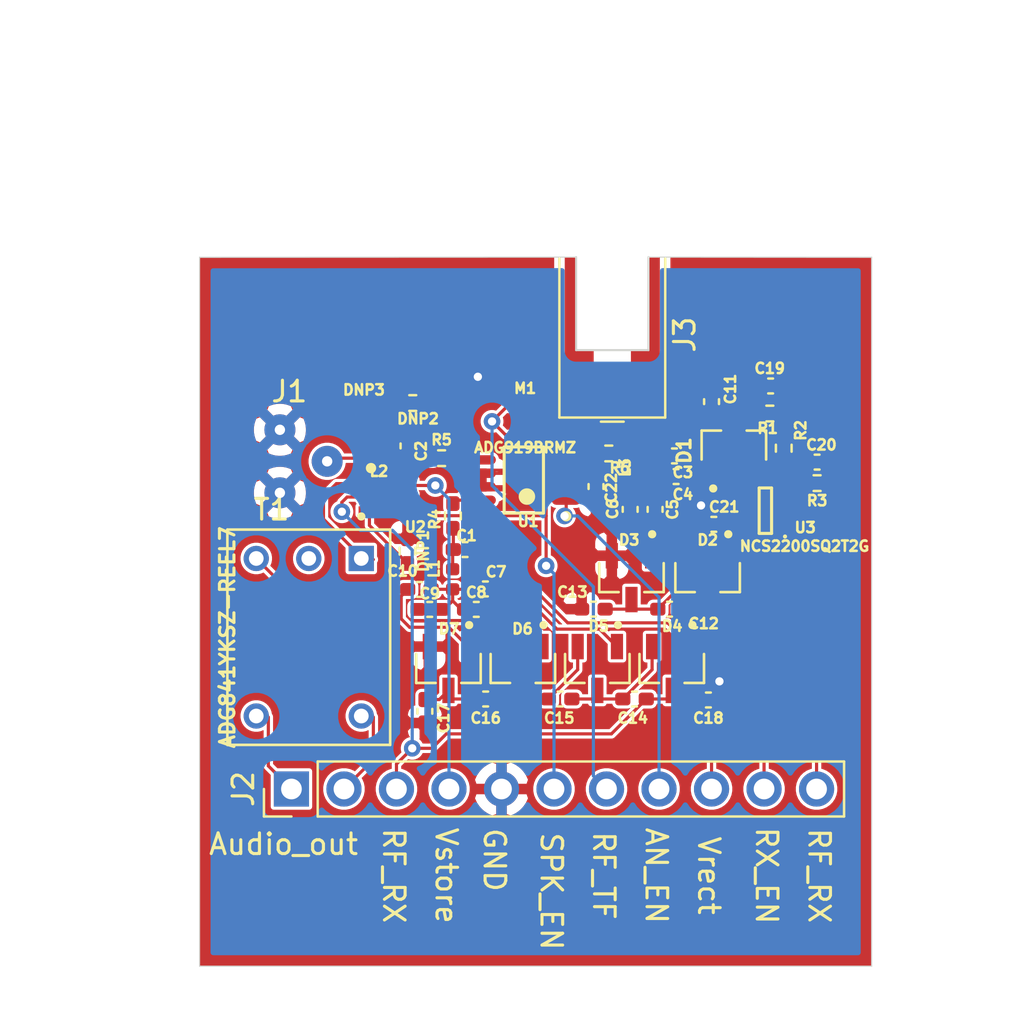
<source format=kicad_pcb>
(kicad_pcb (version 20171130) (host pcbnew "(5.1.10)-1")
  (layers (0 F.Cu signal) (31 B.Cu signal) (34 B.Paste user) (35 F.Paste user) (36 B.SilkS user) (37 F.SilkS user) (38 B.Mask user) (39 F.Mask user) (44 Edge.Cuts user))
  (net 0 "")
  (net 1 "Net-(C1-Pad2)")
  (net 2 GND)
  (net 3 "Net-(C2-Pad1)")
  (net 4 Ant)
  (net 5 "Net-(C4-Pad2)")
  (net 6 "Net-(C4-Pad1)")
  (net 7 "Net-(C5-Pad2)")
  (net 8 "Net-(C6-Pad2)")
  (net 9 "Net-(C7-Pad2)")
  (net 10 "Net-(C10-Pad1)")
  (net 11 "Net-(C8-Pad2)")
  (net 12 "Net-(C9-Pad2)")
  (net 13 "Net-(C10-Pad2)")
  (net 14 "Net-(C11-Pad1)")
  (net 15 "Net-(C12-Pad2)")
  (net 16 Vrect)
  (net 17 "Net-(C14-Pad2)")
  (net 18 Stage4)
  (net 19 "Net-(C15-Pad2)")
  (net 20 "Net-(C16-Pad2)")
  (net 21 "Net-(C19-Pad1)")
  (net 22 "Net-(C20-Pad1)")
  (net 23 AN_EN)
  (net 24 SPK_EN)
  (net 25 RF_RX)
  (net 26 RF_TX)
  (net 27 "Net-(T1-Pad2)")
  (net 28 "Net-(T1-Pad1)")
  (net 29 "Net-(U2-Pad5)")
  (net 30 Vstore)
  (net 31 RX_EN)
  (net 32 "Net-(C3-Pad1)")
  (net 33 "Net-(R4-Pad1)")
  (net 34 "Net-(R5-Pad1)")
  (net 35 "Net-(DNP1-Pad2)")
  (net 36 "Net-(DNP2-Pad2)")
  (net 37 "Net-(DNP3-Pad1)")
  (net 38 "Net-(J2-Pad2)")
  (net 39 "Net-(J2-Pad1)")
  (module Connector_Coaxial:MMCX_Molex_73415-0961_Horizontal_0.8mm-PCB (layer F.Cu) (at 112.1664 30.7272 270)
    (fp_text reference J3 (at 0 -3.5 90) (layer F.SilkS))
    (fp_text value Conn_Coaxial_Power)
    (fp_line (start 0.75 -1.75) (end -3.75 -1.75) (layer Edge.Cuts) (width 0.1))
    (fp_line (start 0.75 1.75) (end 0.75 -1.75) (layer Edge.Cuts) (width 0.1))
    (fp_line (start -3.75 1.75) (end 0.75 1.75) (layer Edge.Cuts) (width 0.1))
    (pad 2 smd custom (at 2.25 1.6 270) (size 3 1.4) (layers F.Cu F.Paste F.Mask) (net 2 GND) (options (clearance outline) (anchor rect)) (primitives (gr_poly (pts (xy -6 0.15) (xy -6 0.7) (xy -1.5 0.7) (xy -1.5 0.15)) (width 0))))
    (pad 2 smd custom (at 2.25 -1.6 270) (size 3 1.4) (layers F.Cu F.Paste F.Mask) (net 2 GND) (options (clearance outline) (anchor rect)) (primitives (gr_poly (pts (xy -6 -0.7) (xy -6 -0.15) (xy -1.5 -0.15) (xy -1.5 -0.7)) (width 0))))
    (pad 1 smd rect (at 2.75 0 270) (size 2 1.1) (layers F.Cu F.Paste F.Mask) (net 4 Ant))
  )
  (module "Local Components:XFMR_SP-48" (layer F.Cu) (at 97.4852 45.3644 270)
    (fp_text reference T1 (at -6.1722 1.8034 180) (layer F.SilkS))
    (fp_text value SP-48)
    (pad 5 thru_hole circle (at 3.81 -2.54 270) (size 1.2192 1.2192) (drill 0.7112) (layers *.Cu *.Mask) (net 38 "Net-(J2-Pad2)"))
    (pad 4 thru_hole circle (at 3.81 2.54 270) (size 1.2192 1.2192) (drill 0.7112) (layers *.Cu *.Mask) (net 39 "Net-(J2-Pad1)"))
    (pad 3 thru_hole circle (at -3.81 2.54 270) (size 1.2192 1.2192) (drill 0.7112) (layers *.Cu *.Mask) (net 35 "Net-(DNP1-Pad2)"))
    (pad 2 thru_hole circle (at -3.81 0 270) (size 1.2192 1.2192) (drill 0.7112) (layers *.Cu *.Mask) (net 27 "Net-(T1-Pad2)"))
    (pad 1 thru_hole rect (at -3.81 -2.54 270) (size 1.2192 1.2192) (drill 0.7112) (layers *.Cu *.Mask) (net 28 "Net-(T1-Pad1)"))
  )
  (module Connector_PinHeader_2.54mm:PinHeader_1x11_P2.54mm_Vertical (layer F.Cu) (at 96.647 52.705 90)
    (fp_text reference J2 (at 0 -2.33 90) (layer F.SilkS))
    (fp_text value Conn_01x11)
    (pad 11 thru_hole oval (at 0 25.4 90) (size 1.7 1.7) (drill 1) (layers *.Cu *.Mask) (net 25 RF_RX))
    (pad 10 thru_hole oval (at 0 22.86 90) (size 1.7 1.7) (drill 1) (layers *.Cu *.Mask) (net 31 RX_EN))
    (pad 9 thru_hole oval (at 0 20.32 90) (size 1.7 1.7) (drill 1) (layers *.Cu *.Mask) (net 16 Vrect))
    (pad 8 thru_hole oval (at 0 17.78 90) (size 1.7 1.7) (drill 1) (layers *.Cu *.Mask) (net 23 AN_EN))
    (pad 7 thru_hole oval (at 0 15.24 90) (size 1.7 1.7) (drill 1) (layers *.Cu *.Mask) (net 26 RF_TX))
    (pad 6 thru_hole oval (at 0 12.7 90) (size 1.7 1.7) (drill 1) (layers *.Cu *.Mask) (net 24 SPK_EN))
    (pad 5 thru_hole oval (at 0 10.16 90) (size 1.7 1.7) (drill 1) (layers *.Cu *.Mask) (net 2 GND))
    (pad 4 thru_hole oval (at 0 7.62 90) (size 1.7 1.7) (drill 1) (layers *.Cu *.Mask) (net 30 Vstore))
    (pad 3 thru_hole oval (at 0 5.08 90) (size 1.7 1.7) (drill 1) (layers *.Cu *.Mask) (net 18 Stage4))
    (pad 2 thru_hole oval (at 0 2.54 90) (size 1.7 1.7) (drill 1) (layers *.Cu *.Mask) (net 38 "Net-(J2-Pad2)"))
    (pad 1 thru_hole rect (at 0 0 90) (size 1.7 1.7) (drill 1) (layers *.Cu *.Mask) (net 39 "Net-(J2-Pad1)"))
  )
  (module "Local Components:3SK293" (layer F.Cu) (at 108.1913 34.925 90)
    (fp_text reference M1 (at 1.6002 -0.2413 180) (layer F.SilkS) (effects (font (size 0.5 0.5) (thickness 0.125))))
    (fp_text value 3SK293)
    (pad 2 smd rect (at 0.65 0.8375 90) (size 0.2 0.425) (layers F.Cu F.Paste F.Mask) (net 2 GND))
    (pad 1 smd rect (at -0.65 0.8375 90) (size 0.2 0.425) (layers F.Cu F.Paste F.Mask) (net 4 Ant))
    (pad 3 smd rect (at 0.65 -0.8375 90) (size 0.2 0.425) (layers F.Cu F.Paste F.Mask) (net 26 RF_TX))
    (pad 4 smd rect (at -0.65 -0.8375 90) (size 0.2 0.425) (layers F.Cu F.Paste F.Mask) (net 26 RF_TX))
  )
  (module "Local Components:3SK293" (layer F.Cu) (at 100.2919 34.9885)
    (fp_text reference DNP3 (at -0.1397 -1.5875) (layer F.SilkS) (effects (font (size 0.5 0.5) (thickness 0.125))))
    (fp_text value 3SK293)
    (pad 2 smd rect (at 0.65 0.8375) (size 0.2 0.425) (layers F.Cu F.Paste F.Mask) (net 2 GND))
    (pad 1 smd rect (at -0.65 0.8375) (size 0.2 0.425) (layers F.Cu F.Paste F.Mask) (net 37 "Net-(DNP3-Pad1)"))
    (pad 3 smd rect (at 0.65 -0.8375) (size 0.2 0.425) (layers F.Cu F.Paste F.Mask) (net 36 "Net-(DNP2-Pad2)"))
    (pad 4 smd rect (at -0.65 -0.8375) (size 0.2 0.425) (layers F.Cu F.Paste F.Mask) (net 36 "Net-(DNP2-Pad2)"))
  )
  (module Resistor_SMD:R_0402_1005Metric_Pad0.72x0.64mm_HandSolder (layer F.Cu) (at 102.5144 34.036 180)
    (fp_text reference DNP2 (at -0.254 -0.762) (layer F.SilkS) (effects (font (size 0.5 0.5) (thickness 0.125))))
    (fp_text value R_DLS)
    (pad 2 smd roundrect (at 0.5975 0 180) (size 0.715 0.64) (layers F.Cu F.Paste F.Mask) (net 36 "Net-(DNP2-Pad2)"))
    (pad 1 smd roundrect (at -0.5975 0 180) (size 0.715 0.64) (layers F.Cu F.Paste F.Mask) (net 2 GND))
  )
  (module Resistor_SMD:R_0402_1005Metric_Pad0.72x0.64mm_HandSolder (layer F.Cu) (at 102.2604 41.1988 270)
    (fp_text reference DNP1 (at 0 -0.762 90) (layer F.SilkS) (effects (font (size 0.5 0.5) (thickness 0.125))))
    (fp_text value R_DLS)
    (pad 2 smd roundrect (at 0.5975 0 270) (size 0.715 0.64) (layers F.Cu F.Paste F.Mask) (net 35 "Net-(DNP1-Pad2)"))
    (pad 1 smd roundrect (at -0.5975 0 270) (size 0.715 0.64) (layers F.Cu F.Paste F.Mask) (net 2 GND))
  )
  (module Capacitor_SMD:C_0402_1005Metric_Pad0.74x0.62mm_HandSolder (layer F.Cu) (at 116.8146 48.3997)
    (fp_text reference C18 (at 0 0.8763) (layer F.SilkS) (effects (font (size 0.5 0.5) (thickness 0.125))))
    (fp_text value DNP)
    (pad 2 smd roundrect (at 0.5675 0) (size 0.735 0.62) (layers F.Cu F.Paste F.Mask) (net 2 GND))
    (pad 1 smd roundrect (at -0.5675 0) (size 0.735 0.62) (layers F.Cu F.Paste F.Mask) (net 18 Stage4))
  )
  (module Resistor_SMD:R_0402_1005Metric_Pad0.72x0.64mm_HandSolder (layer F.Cu) (at 111.9973 36.4744)
    (fp_text reference R6 (at 0.5335 0.7) (layer F.SilkS) (effects (font (size 0.5 0.5) (thickness 0.125))))
    (fp_text value 0)
    (pad 2 smd roundrect (at 0.5975 0) (size 0.715 0.64) (layers F.Cu F.Paste F.Mask) (net 32 "Net-(C3-Pad1)"))
    (pad 1 smd roundrect (at -0.5975 0) (size 0.715 0.64) (layers F.Cu F.Paste F.Mask) (net 4 Ant))
  )
  (module Resistor_SMD:R_0402_1005Metric_Pad0.72x0.64mm_HandSolder (layer F.Cu) (at 103.9095 36.703 180)
    (fp_text reference R5 (at 0 0.889) (layer F.SilkS) (effects (font (size 0.5 0.5) (thickness 0.125))))
    (fp_text value 0)
    (pad 2 smd roundrect (at 0.5975 0 180) (size 0.715 0.64) (layers F.Cu F.Paste F.Mask) (net 3 "Net-(C2-Pad1)"))
    (pad 1 smd roundrect (at -0.5975 0 180) (size 0.715 0.64) (layers F.Cu F.Paste F.Mask) (net 34 "Net-(R5-Pad1)"))
  )
  (module Resistor_SMD:R_0402_1005Metric_Pad0.72x0.64mm_HandSolder (layer F.Cu) (at 104.4575 39.497 270)
    (fp_text reference R4 (at 0.163 0.8775 90) (layer F.SilkS) (effects (font (size 0.5 0.5) (thickness 0.125))))
    (fp_text value 0)
    (pad 2 smd roundrect (at 0.5975 0 270) (size 0.715 0.64) (layers F.Cu F.Paste F.Mask) (net 1 "Net-(C1-Pad2)"))
    (pad 1 smd roundrect (at -0.5975 0 270) (size 0.715 0.64) (layers F.Cu F.Paste F.Mask) (net 33 "Net-(R4-Pad1)"))
  )
  (module Resistor_SMD:R_0402_1005Metric_Pad0.72x0.64mm_HandSolder (layer F.Cu) (at 122.073 37.9095)
    (fp_text reference R3 (at 0 0.8505) (layer F.SilkS) (effects (font (size 0.5 0.5) (thickness 0.125))))
    (fp_text value 220k)
    (pad 2 smd roundrect (at 0.5975 0) (size 0.715 0.64) (layers F.Cu F.Paste F.Mask) (net 2 GND))
    (pad 1 smd roundrect (at -0.5975 0) (size 0.715 0.64) (layers F.Cu F.Paste F.Mask) (net 22 "Net-(C20-Pad1)"))
  )
  (module Resistor_SMD:R_0402_1005Metric_Pad0.72x0.64mm_HandSolder (layer F.Cu) (at 120.4595 36.221 270)
    (fp_text reference R2 (at -0.861 -0.8205 90) (layer F.SilkS) (effects (font (size 0.5 0.5) (thickness 0.125))))
    (fp_text value 22k)
    (pad 2 smd roundrect (at 0.5975 0 270) (size 0.715 0.64) (layers F.Cu F.Paste F.Mask) (net 22 "Net-(C20-Pad1)"))
    (pad 1 smd roundrect (at -0.5975 0 270) (size 0.715 0.64) (layers F.Cu F.Paste F.Mask) (net 21 "Net-(C19-Pad1)"))
  )
  (module Resistor_SMD:R_0402_1005Metric_Pad0.72x0.64mm_HandSolder (layer F.Cu) (at 119.787 34.544 180)
    (fp_text reference R1 (at 0.107 -0.716) (layer F.SilkS) (effects (font (size 0.5 0.5) (thickness 0.125))))
    (fp_text value 560k)
    (pad 2 smd roundrect (at 0.5975 0 180) (size 0.715 0.64) (layers F.Cu F.Paste F.Mask) (net 14 "Net-(C11-Pad1)"))
    (pad 1 smd roundrect (at -0.5975 0 180) (size 0.715 0.64) (layers F.Cu F.Paste F.Mask) (net 21 "Net-(C19-Pad1)"))
  )
  (module Capacitor_SMD:C_0402_1005Metric_Pad0.74x0.62mm_HandSolder (layer F.Cu) (at 111.379 38.0746 270)
    (fp_text reference C22 (at 0.0635 -0.7366 90) (layer F.SilkS) (effects (font (size 0.5 0.5) (thickness 0.125))))
    (fp_text value 0.01uF)
    (pad 2 smd roundrect (at 0.5675 0 270) (size 0.735 0.62) (layers F.Cu F.Paste F.Mask) (net 2 GND))
    (pad 1 smd roundrect (at -0.5675 0 270) (size 0.735 0.62) (layers F.Cu F.Paste F.Mask) (net 4 Ant))
  )
  (module Capacitor_SMD:C_0402_1005Metric_Pad0.74x0.62mm_HandSolder (layer F.Cu) (at 117.0773 39.9034)
    (fp_text reference C21 (at 0.5027 -0.8434) (layer F.SilkS) (effects (font (size 0.5 0.5) (thickness 0.125))))
    (fp_text value 0.01uF)
    (pad 2 smd roundrect (at 0.5675 0) (size 0.735 0.62) (layers F.Cu F.Paste F.Mask) (net 31 RX_EN))
    (pad 1 smd roundrect (at -0.5675 0) (size 0.735 0.62) (layers F.Cu F.Paste F.Mask) (net 2 GND))
  )
  (module Capacitor_SMD:C_0402_1005Metric_Pad0.74x0.62mm_HandSolder (layer F.Cu) (at 122.0724 36.8935)
    (fp_text reference C20 (at 0.2076 -0.8335) (layer F.SilkS) (effects (font (size 0.5 0.5) (thickness 0.125))))
    (fp_text value 1nF)
    (pad 2 smd roundrect (at 0.5675 0) (size 0.735 0.62) (layers F.Cu F.Paste F.Mask) (net 2 GND))
    (pad 1 smd roundrect (at -0.5675 0) (size 0.735 0.62) (layers F.Cu F.Paste F.Mask) (net 22 "Net-(C20-Pad1)"))
  )
  (module Capacitor_SMD:C_0402_1005Metric_Pad0.74x0.62mm_HandSolder (layer F.Cu) (at 119.8245 33.2105 180)
    (fp_text reference C19 (at 0.0445 0.8505) (layer F.SilkS) (effects (font (size 0.5 0.5) (thickness 0.125))))
    (fp_text value 33pF)
    (pad 2 smd roundrect (at 0.5675 0 180) (size 0.735 0.62) (layers F.Cu F.Paste F.Mask) (net 14 "Net-(C11-Pad1)"))
    (pad 1 smd roundrect (at -0.5675 0 180) (size 0.735 0.62) (layers F.Cu F.Paste F.Mask) (net 21 "Net-(C19-Pad1)"))
  )
  (module Capacitor_SMD:C_0402_1005Metric_Pad0.74x0.62mm_HandSolder (layer F.Cu) (at 106.0416 48.3517 180)
    (fp_text reference C16 (at -0.0034 -0.9243) (layer F.SilkS) (effects (font (size 0.5 0.5) (thickness 0.125))))
    (fp_text value 10pF)
    (pad 2 smd roundrect (at 0.5675 0 180) (size 0.735 0.62) (layers F.Cu F.Paste F.Mask) (net 20 "Net-(C16-Pad2)"))
    (pad 1 smd roundrect (at -0.5675 0 180) (size 0.735 0.62) (layers F.Cu F.Paste F.Mask) (net 19 "Net-(C15-Pad2)"))
  )
  (module Capacitor_SMD:C_0402_1005Metric_Pad0.74x0.62mm_HandSolder (layer F.Cu) (at 109.6416 48.3517 180)
    (fp_text reference C15 (at 0.0406 -0.9243) (layer F.SilkS) (effects (font (size 0.5 0.5) (thickness 0.125))))
    (fp_text value 10pF)
    (pad 2 smd roundrect (at 0.5675 0 180) (size 0.735 0.62) (layers F.Cu F.Paste F.Mask) (net 19 "Net-(C15-Pad2)"))
    (pad 1 smd roundrect (at -0.5675 0 180) (size 0.735 0.62) (layers F.Cu F.Paste F.Mask) (net 17 "Net-(C14-Pad2)"))
  )
  (module Capacitor_SMD:C_0402_1005Metric_Pad0.74x0.62mm_HandSolder (layer F.Cu) (at 113.2416 48.3517 180)
    (fp_text reference C14 (at 0.0846 -0.9243) (layer F.SilkS) (effects (font (size 0.5 0.5) (thickness 0.125))))
    (fp_text value 10pF)
    (pad 2 smd roundrect (at 0.5675 0 180) (size 0.735 0.62) (layers F.Cu F.Paste F.Mask) (net 17 "Net-(C14-Pad2)"))
    (pad 1 smd roundrect (at -0.5675 0 180) (size 0.735 0.62) (layers F.Cu F.Paste F.Mask) (net 18 Stage4))
  )
  (module Capacitor_SMD:C_0402_1005Metric_Pad0.74x0.62mm_HandSolder (layer F.Cu) (at 111.252 44.0055 180)
    (fp_text reference C13 (at 1.016 0.8255) (layer F.SilkS) (effects (font (size 0.5 0.5) (thickness 0.125))))
    (fp_text value 33pF)
    (pad 2 smd roundrect (at 0.5675 0 180) (size 0.735 0.62) (layers F.Cu F.Paste F.Mask) (net 2 GND))
    (pad 1 smd roundrect (at -0.5675 0 180) (size 0.735 0.62) (layers F.Cu F.Paste F.Mask) (net 15 "Net-(C12-Pad2)"))
  )
  (module Capacitor_SMD:C_0402_1005Metric_Pad0.74x0.62mm_HandSolder (layer F.Cu) (at 114.935 44.0055 180)
    (fp_text reference C12 (at -1.651 -0.6985) (layer F.SilkS) (effects (font (size 0.5 0.5) (thickness 0.125))))
    (fp_text value 33pF)
    (pad 2 smd roundrect (at 0.5675 0 180) (size 0.735 0.62) (layers F.Cu F.Paste F.Mask) (net 15 "Net-(C12-Pad2)"))
    (pad 1 smd roundrect (at -0.5675 0 180) (size 0.735 0.62) (layers F.Cu F.Paste F.Mask) (net 16 Vrect))
  )
  (module Capacitor_SMD:C_0402_1005Metric_Pad0.74x0.62mm_HandSolder (layer F.Cu) (at 116.967 33.9685 90)
    (fp_text reference C11 (at 0.6085 0.913 90) (layer F.SilkS) (effects (font (size 0.5 0.5) (thickness 0.125))))
    (fp_text value 10Pf)
    (pad 2 smd roundrect (at 0.5675 0 90) (size 0.735 0.62) (layers F.Cu F.Paste F.Mask) (net 2 GND))
    (pad 1 smd roundrect (at -0.5675 0 90) (size 0.735 0.62) (layers F.Cu F.Paste F.Mask) (net 14 "Net-(C11-Pad1)"))
  )
  (module Capacitor_SMD:C_0402_1005Metric_Pad0.74x0.62mm_HandSolder (layer F.Cu) (at 102.8359 43.053 180)
    (fp_text reference C10 (at 0.8115 0.889) (layer F.SilkS) (effects (font (size 0.5 0.5) (thickness 0.125))))
    (fp_text value 10pF)
    (pad 2 smd roundrect (at 0.5675 0 180) (size 0.735 0.62) (layers F.Cu F.Paste F.Mask) (net 13 "Net-(C10-Pad2)"))
    (pad 1 smd roundrect (at -0.5675 0 180) (size 0.735 0.62) (layers F.Cu F.Paste F.Mask) (net 10 "Net-(C10-Pad1)"))
  )
  (module Capacitor_SMD:C_0402_1005Metric_Pad0.74x0.62mm_HandSolder (layer F.Cu) (at 103.3359 44.0182 180)
    (fp_text reference C9 (at 0 0.762) (layer F.SilkS) (effects (font (size 0.5 0.5) (thickness 0.125))))
    (fp_text value 10pF)
    (pad 2 smd roundrect (at 0.5675 0 180) (size 0.735 0.62) (layers F.Cu F.Paste F.Mask) (net 12 "Net-(C9-Pad2)"))
    (pad 1 smd roundrect (at -0.5675 0 180) (size 0.735 0.62) (layers F.Cu F.Paste F.Mask) (net 10 "Net-(C10-Pad1)"))
  )
  (module Capacitor_SMD:C_0402_1005Metric_Pad0.74x0.62mm_HandSolder (layer F.Cu) (at 105.5878 44.0182)
    (fp_text reference C8 (at 0 -0.8255) (layer F.SilkS) (effects (font (size 0.5 0.5) (thickness 0.125))))
    (fp_text value 10pF)
    (pad 2 smd roundrect (at 0.5675 0) (size 0.735 0.62) (layers F.Cu F.Paste F.Mask) (net 11 "Net-(C8-Pad2)"))
    (pad 1 smd roundrect (at -0.5675 0) (size 0.735 0.62) (layers F.Cu F.Paste F.Mask) (net 10 "Net-(C10-Pad1)"))
  )
  (module Capacitor_SMD:C_0402_1005Metric_Pad0.74x0.62mm_HandSolder (layer F.Cu) (at 106.0283 43.0276)
    (fp_text reference C7 (at 0.5175 -0.827) (layer F.SilkS) (effects (font (size 0.5 0.5) (thickness 0.125))))
    (fp_text value 10pF)
    (pad 2 smd roundrect (at 0.5675 0) (size 0.735 0.62) (layers F.Cu F.Paste F.Mask) (net 9 "Net-(C7-Pad2)"))
    (pad 1 smd roundrect (at -0.5675 0) (size 0.735 0.62) (layers F.Cu F.Paste F.Mask) (net 10 "Net-(C10-Pad1)"))
  )
  (module Capacitor_SMD:C_0402_1005Metric_Pad0.74x0.62mm_HandSolder (layer F.Cu) (at 113.0305 39.1795 270)
    (fp_text reference C6 (at -0.0195 0.8505 90) (layer F.SilkS) (effects (font (size 0.5 0.5) (thickness 0.125))))
    (fp_text value 33pF)
    (pad 2 smd roundrect (at 0.5675 0 270) (size 0.735 0.62) (layers F.Cu F.Paste F.Mask) (net 8 "Net-(C6-Pad2)"))
    (pad 1 smd roundrect (at -0.5675 0 270) (size 0.735 0.62) (layers F.Cu F.Paste F.Mask) (net 6 "Net-(C4-Pad1)"))
  )
  (module Capacitor_SMD:C_0402_1005Metric_Pad0.74x0.62mm_HandSolder (layer F.Cu) (at 114.2365 39.1795 270)
    (fp_text reference C5 (at 0 -0.8435 90) (layer F.SilkS) (effects (font (size 0.5 0.5) (thickness 0.125))))
    (fp_text value 33pF)
    (pad 2 smd roundrect (at 0.5675 0 270) (size 0.735 0.62) (layers F.Cu F.Paste F.Mask) (net 7 "Net-(C5-Pad2)"))
    (pad 1 smd roundrect (at -0.5675 0 270) (size 0.735 0.62) (layers F.Cu F.Paste F.Mask) (net 6 "Net-(C4-Pad1)"))
  )
  (module Capacitor_SMD:C_0402_1005Metric_Pad0.74x0.62mm_HandSolder (layer F.Cu) (at 115.2525 37.592)
    (fp_text reference C4 (at 0.3275 0.868) (layer F.SilkS) (effects (font (size 0.5 0.5) (thickness 0.125))))
    (fp_text value 1pF)
    (pad 2 smd roundrect (at 0.5675 0) (size 0.735 0.62) (layers F.Cu F.Paste F.Mask) (net 5 "Net-(C4-Pad2)"))
    (pad 1 smd roundrect (at -0.5675 0) (size 0.735 0.62) (layers F.Cu F.Paste F.Mask) (net 6 "Net-(C4-Pad1)"))
  )
  (module Capacitor_SMD:C_0402_1005Metric_Pad0.74x0.62mm_HandSolder (layer F.Cu) (at 115.1723 36.5934)
    (fp_text reference C3 (at 0.407 0.8) (layer F.SilkS) (effects (font (size 0.5 0.5) (thickness 0.125))))
    (fp_text value 6.2pF)
    (pad 2 smd roundrect (at 0.5675 0) (size 0.735 0.62) (layers F.Cu F.Paste F.Mask) (net 2 GND))
    (pad 1 smd roundrect (at -0.5675 0) (size 0.735 0.62) (layers F.Cu F.Paste F.Mask) (net 32 "Net-(C3-Pad1)"))
  )
  (module Capacitor_SMD:C_0402_1005Metric_Pad0.74x0.62mm_HandSolder (layer F.Cu) (at 102.2858 36.1101 90)
    (fp_text reference C2 (at -0.254 0.635 90) (layer F.SilkS) (effects (font (size 0.5 0.5) (thickness 0.125))))
    (fp_text value 0pF)
    (pad 2 smd roundrect (at 0.5675 0 90) (size 0.735 0.62) (layers F.Cu F.Paste F.Mask) (net 2 GND))
    (pad 1 smd roundrect (at -0.5675 0 90) (size 0.735 0.62) (layers F.Cu F.Paste F.Mask) (net 3 "Net-(C2-Pad1)"))
  )
  (module Capacitor_SMD:C_0402_1005Metric_Pad0.74x0.62mm_HandSolder (layer F.Cu) (at 105.0457 41.1226 180)
    (fp_text reference C1 (at -0.0715 0.672) (layer F.SilkS) (effects (font (size 0.5 0.5) (thickness 0.125))))
    (fp_text value 6.8pF)
    (pad 2 smd roundrect (at 0.5675 0 180) (size 0.735 0.62) (layers F.Cu F.Paste F.Mask) (net 1 "Net-(C1-Pad2)"))
    (pad 1 smd roundrect (at -0.5675 0 180) (size 0.735 0.62) (layers F.Cu F.Paste F.Mask) (net 2 GND))
  )
  (module Capacitor_SMD:C_0402_1005Metric_Pad0.74x0.62mm_HandSolder (layer F.Cu) (at 103.0986 48.9458 270)
    (fp_text reference C17 (at 0.3302 -0.9144 90) (layer F.SilkS) (effects (font (size 0.5 0.5) (thickness 0.125))))
    (fp_text value 10pF)
    (pad 2 smd roundrect (at 0.5675 0 270) (size 0.735 0.62) (layers F.Cu F.Paste F.Mask) (net 2 GND))
    (pad 1 smd roundrect (at -0.5675 0 270) (size 0.735 0.62) (layers F.Cu F.Paste F.Mask) (net 20 "Net-(C16-Pad2)"))
  )
  (module Inductor_SMD:L_0402_1005Metric (layer F.Cu) (at 113.6015 37.084 270)
    (fp_text reference L3 (at 0.076 0.8215 90) (layer F.SilkS) (effects (font (size 0.5 0.5) (thickness 0.125))))
    (fp_text value 11nH)
    (pad 2 smd roundrect (at 0.485 0 270) (size 0.59 0.64) (layers F.Cu F.Paste F.Mask) (net 6 "Net-(C4-Pad1)"))
    (pad 1 smd roundrect (at -0.485 0 270) (size 0.59 0.64) (layers F.Cu F.Paste F.Mask) (net 32 "Net-(C3-Pad1)"))
  )
  (module "Local Components:Multi-purpose_mic" (layer F.Cu) (at 96.8502 36.8554)
    (fp_text reference J1 (at -0.3048 -3.3782) (layer F.SilkS))
    (fp_text value SPK_IN)
    (pad 3 thru_hole custom (at 1.524 0 90) (size 1.5 1.5) (drill 0.5) (layers *.Cu *.Mask) (net 37 "Net-(DNP3-Pad1)") (options (clearance outline) (anchor circle)) (primitives))
    (pad 2 thru_hole circle (at -0.762 1.524) (size 1.5 1.5) (drill 0.5) (layers *.Cu *.Mask) (net 2 GND))
    (pad 1 thru_hole circle (at -0.762 -1.524 180) (size 1.5 1.5) (drill 0.5) (layers *.Cu *.Mask) (net 2 GND))
  )
  (module "Local Components:On_Semiconductor-NCS2200SQ2T2G-Manufacturer_Recommended" (layer F.Cu) (at 119.5705 39.243 180)
    (fp_text reference U3 (at -2.5095 -0.817 180) (layer F.SilkS) (effects (font (size 0.5 0.5) (thickness 0.125)) (justify right)))
    (fp_text value NCS2200SQ2T2G (at -1.8923 -1.717) (layer F.SilkS) (effects (font (size 0.5 0.5) (thickness 0.125))))
    (pad 1 smd rect (at -0.950001 -0.650001 90) (size 0.399999 0.499999) (layers F.Cu F.Paste F.Mask) (net 25 RF_RX))
    (pad 2 smd rect (at -0.950001 -0.000001 90) (size 0.399999 0.499999) (layers F.Cu F.Paste F.Mask) (net 2 GND))
    (pad 3 smd rect (at -0.950001 0.649999 90) (size 0.399999 0.499999) (layers F.Cu F.Paste F.Mask) (net 22 "Net-(C20-Pad1)"))
    (pad 4 smd rect (at 0.949998 0.649999 90) (size 0.399999 0.499999) (layers F.Cu F.Paste F.Mask) (net 21 "Net-(C19-Pad1)"))
    (pad 5 smd rect (at 0.949998 -0.650001 90) (size 0.399999 0.499999) (layers F.Cu F.Paste F.Mask) (net 31 RX_EN))
  )
  (module "Local Components:SOT95P237X112-3N" (layer F.Cu) (at 118.0465 36.068 90)
    (fp_text reference D1 (at -0.268 -2.4064 90) (layer F.SilkS) (effects (font (size 0.64 0.64))))
    (fp_text value SMS7630-005)
    (pad 3 smd rect (at 1.06 0 90) (size 1.23 0.59) (layers F.Cu F.Paste F.Mask) (net 14 "Net-(C11-Pad1)"))
    (pad 2 smd rect (at -1.06 0.95 90) (size 1.23 0.59) (layers F.Cu F.Paste F.Mask) (net 2 GND))
    (pad 1 smd rect (at -1.06 -0.95 90) (size 1.23 0.59) (layers F.Cu F.Paste F.Mask) (net 5 "Net-(C4-Pad2)"))
  )
  (module "Local Components:SOT95P237X112-3N" (layer F.Cu) (at 113.0935 42.4815 270)
    (fp_text reference D3 (at -1.8215 0.1135 180) (layer F.SilkS) (effects (font (size 0.5 0.5) (thickness 0.125))))
    (fp_text value SMS7630-005)
    (pad 3 smd rect (at 1.06 0 270) (size 1.23 0.59) (layers F.Cu F.Paste F.Mask) (net 15 "Net-(C12-Pad2)"))
    (pad 2 smd rect (at -1.06 0.95 270) (size 1.23 0.59) (layers F.Cu F.Paste F.Mask) (net 2 GND))
    (pad 1 smd rect (at -1.06 -0.95 270) (size 1.23 0.59) (layers F.Cu F.Paste F.Mask) (net 8 "Net-(C6-Pad2)"))
  )
  (module "Local Components:SOT95P237X112-3N" (layer F.Cu) (at 116.7765 42.4815 270)
    (fp_text reference D2 (at -1.8215 -0.0035 180) (layer F.SilkS) (effects (font (size 0.5 0.5) (thickness 0.125))))
    (fp_text value SMS7630-005)
    (pad 3 smd rect (at 1.06 0 270) (size 1.23 0.59) (layers F.Cu F.Paste F.Mask) (net 16 Vrect))
    (pad 2 smd rect (at -1.06 0.95 270) (size 1.23 0.59) (layers F.Cu F.Paste F.Mask) (net 15 "Net-(C12-Pad2)"))
    (pad 1 smd rect (at -1.06 -0.95 270) (size 1.23 0.59) (layers F.Cu F.Paste F.Mask) (net 7 "Net-(C5-Pad2)"))
  )
  (module "Local Components:SOT95P237X112-3N" (layer F.Cu) (at 107.8416 46.8757 270)
    (fp_text reference D6 (at -1.9177 0.0186 180) (layer F.SilkS) (effects (font (size 0.5 0.5) (thickness 0.125))))
    (fp_text value SMS7630-005)
    (pad 3 smd rect (at 1.06 0 270) (size 1.23 0.59) (layers F.Cu F.Paste F.Mask) (net 19 "Net-(C15-Pad2)"))
    (pad 2 smd rect (at -1.06 0.95 270) (size 1.23 0.59) (layers F.Cu F.Paste F.Mask) (net 20 "Net-(C16-Pad2)"))
    (pad 1 smd rect (at -1.06 -0.95 270) (size 1.23 0.59) (layers F.Cu F.Paste F.Mask) (net 12 "Net-(C9-Pad2)"))
  )
  (module "Local Components:SOT95P237X112-3N" (layer F.Cu) (at 104.2416 46.8757 270)
    (fp_text reference D7 (at -1.9177 -0.0254 180) (layer F.SilkS) (effects (font (size 0.5 0.5) (thickness 0.125))))
    (fp_text value SMS7630-005)
    (pad 3 smd rect (at 1.06 0 270) (size 1.23 0.59) (layers F.Cu F.Paste F.Mask) (net 20 "Net-(C16-Pad2)"))
    (pad 2 smd rect (at -1.06 0.95 270) (size 1.23 0.59) (layers F.Cu F.Paste F.Mask) (net 2 GND))
    (pad 1 smd rect (at -1.06 -0.95 270) (size 1.23 0.59) (layers F.Cu F.Paste F.Mask) (net 13 "Net-(C10-Pad2)"))
  )
  (module "Local Components:Analog_Devices-ADG841YKSZ-REEL7-Level_C" (layer F.Cu) (at 101.2952 38.5826)
    (fp_text reference U2 (at 0.762 1.4478) (layer F.SilkS) (effects (font (size 0.5 0.5) (thickness 0.125)) (justify left)))
    (fp_text value ADG841YKSZ-REEL7 (at -7.747 6.7818 90) (layer F.SilkS) (effects (font (size 0.7 0.7))))
    (pad 1 smd rect (at -0.800001 -0.650001 270) (size 0.399999 1.2) (layers F.Cu F.Paste F.Mask) (net 28 "Net-(T1-Pad1)"))
    (pad 2 smd rect (at -0.800001 -0.000001 270) (size 0.399999 1.2) (layers F.Cu F.Paste F.Mask) (net 18 Stage4))
    (pad 3 smd rect (at -0.800001 0.649999 270) (size 0.399999 1.2) (layers F.Cu F.Paste F.Mask) (net 35 "Net-(DNP1-Pad2)"))
    (pad 4 smd rect (at 0.799998 0.649999 270) (size 0.399999 1.2) (layers F.Cu F.Paste F.Mask) (net 24 SPK_EN))
    (pad 5 smd rect (at 0.799998 -0.000001 270) (size 0.399999 1.2) (layers F.Cu F.Paste F.Mask) (net 29 "Net-(U2-Pad5)"))
    (pad 6 smd rect (at 0.799998 -0.650001 270) (size 0.399999 1.2) (layers F.Cu F.Paste F.Mask) (net 30 Vstore))
  )
  (module "Local Components:Analog_Devices-ADG919BRMZ-Level_C" (layer F.Cu) (at 107.8865 37.759998 180)
    (fp_text reference U1 (at -0.7935 -2.000002) (layer F.SilkS) (effects (font (size 0.5 0.5) (thickness 0.125)) (justify right)))
    (fp_text value ADG919BRMZ (at -0.0635 1.564998 180) (layer F.SilkS) (effects (font (size 0.5 0.5) (thickness 0.125))))
    (pad 1 smd roundrect (at -2.049998 -0.975002 90) (size 0.449999 1.4) (layers F.Cu F.Paste F.Mask) (roundrect_rratio 0.5) (net 23 AN_EN))
    (pad 2 smd roundrect (at -2.049998 -0.325001 90) (size 0.449999 1.4) (layers F.Cu F.Paste F.Mask) (roundrect_rratio 0.5) (net 24 SPK_EN))
    (pad 3 smd roundrect (at -2.049998 0.324998 90) (size 0.449999 1.4) (layers F.Cu F.Paste F.Mask) (roundrect_rratio 0.5) (net 2 GND))
    (pad 4 smd roundrect (at -2.049998 0.974999 90) (size 0.449999 1.4) (layers F.Cu F.Paste F.Mask) (roundrect_rratio 0.5) (net 4 Ant))
    (pad 8 smd roundrect (at 2.050001 -0.975002 90) (size 0.449999 1.4) (layers F.Cu F.Paste F.Mask) (roundrect_rratio 0.5) (net 33 "Net-(R4-Pad1)"))
    (pad 7 smd roundrect (at 2.050001 -0.325001 90) (size 0.449999 1.4) (layers F.Cu F.Paste F.Mask) (roundrect_rratio 0.5) (net 2 GND))
    (pad 6 smd roundrect (at 2.050001 0.324998 90) (size 0.449999 1.4) (layers F.Cu F.Paste F.Mask) (roundrect_rratio 0.5) (net 2 GND))
    (pad 5 smd roundrect (at 2.050001 0.974999 90) (size 0.449999 1.4) (layers F.Cu F.Paste F.Mask) (roundrect_rratio 0.5) (net 34 "Net-(R5-Pad1)"))
  )
  (module Inductor_SMD:L_0402_1005Metric (layer F.Cu) (at 100.838 36.703 180)
    (fp_text reference L2 (at -0.0405 -0.635) (layer F.SilkS) (effects (font (size 0.5 0.5) (thickness 0.125))))
    (fp_text value 15nH)
    (pad 2 smd roundrect (at 0.485 0 180) (size 0.59 0.64) (layers F.Cu F.Paste F.Mask) (net 37 "Net-(DNP3-Pad1)"))
    (pad 1 smd roundrect (at -0.485 0 180) (size 0.59 0.64) (layers F.Cu F.Paste F.Mask) (net 3 "Net-(C2-Pad1)"))
  )
  (module Inductor_SMD:L_0402_1005Metric (layer F.Cu) (at 104.4448 42.5601 270)
    (fp_text reference L1 (at -0.5095 0.899 90) (layer F.SilkS) (effects (font (size 0.5 0.5) (thickness 0.125))))
    (fp_text value 7.5nH)
    (pad 2 smd roundrect (at 0.485 0 270) (size 0.59 0.64) (layers F.Cu F.Paste F.Mask) (net 10 "Net-(C10-Pad1)"))
    (pad 1 smd roundrect (at -0.485 0 270) (size 0.59 0.64) (layers F.Cu F.Paste F.Mask) (net 1 "Net-(C1-Pad2)"))
  )
  (module "Local Components:SOT95P237X112-3N" (layer F.Cu) (at 111.4416 46.8757 270)
    (fp_text reference D5 (at -2.0447 -0.0644 180) (layer F.SilkS) (effects (font (size 0.5 0.5) (thickness 0.125))))
    (fp_text value SMS7630-005)
    (pad 3 smd rect (at 1.06 0 270) (size 1.23 0.59) (layers F.Cu F.Paste F.Mask) (net 17 "Net-(C14-Pad2)"))
    (pad 2 smd rect (at -1.06 0.95 270) (size 1.23 0.59) (layers F.Cu F.Paste F.Mask) (net 19 "Net-(C15-Pad2)"))
    (pad 1 smd rect (at -1.06 -0.95 270) (size 1.23 0.59) (layers F.Cu F.Paste F.Mask) (net 11 "Net-(C8-Pad2)"))
  )
  (module "Local Components:SOT95P237X112-3N" (layer F.Cu) (at 115.0416 46.8757 270)
    (fp_text reference D4 (at -2.0447 -0.0204 180) (layer F.SilkS) (effects (font (size 0.5 0.5) (thickness 0.125))))
    (fp_text value SMS7630-005)
    (pad 3 smd rect (at 1.06 0 270) (size 1.23 0.59) (layers F.Cu F.Paste F.Mask) (net 18 Stage4))
    (pad 2 smd rect (at -1.06 0.95 270) (size 1.23 0.59) (layers F.Cu F.Paste F.Mask) (net 17 "Net-(C14-Pad2)"))
    (pad 1 smd rect (at -1.06 -0.95 270) (size 1.23 0.59) (layers F.Cu F.Paste F.Mask) (net 9 "Net-(C7-Pad2)"))
  )
  (gr_text Audio_out (at 96.266 55.372) (layer F.SilkS) (effects (font (size 1 1))))
  (gr_text "RF_RX\n" (at 101.6 56.896 270) (layer F.SilkS) (effects (font (size 1 1))))
  (gr_text "Vstore\n" (at 104.14 56.896 -90) (layer F.SilkS) (effects (font (size 1 1))))
  (gr_text "GND\n\n" (at 105.664 56.134 -90) (layer F.SilkS) (effects (font (size 1 1))))
  (gr_text "SPK_EN\n" (at 109.22 57.658 -90) (layer F.SilkS) (effects (font (size 1 1))))
  (gr_text "RF_TF\n" (at 111.76 56.896 -90) (layer F.SilkS) (effects (font (size 1 1))))
  (gr_text "AN_EN\n" (at 114.3 56.896 -90) (layer F.SilkS) (effects (font (size 1 1))))
  (gr_text Vrect (at 116.84 56.896 -90) (layer F.SilkS) (effects (font (size 1 1))))
  (gr_text RX_EN (at 119.634 56.896 -90) (layer F.SilkS) (effects (font (size 1 1))))
  (gr_text "RF_RX\n" (at 122.174 56.896 270) (layer F.SilkS) (effects (font (size 1 1))))
  (gr_line (start 124.714 26.984) (end 124.714 61.2775) (layer Edge.Cuts) (width 0.05))
  (gr_line (start 113.9164 26.9772) (end 124.714 26.984) (layer Edge.Cuts) (width 0.05))
  (gr_line (start 110.4164 26.9772) (end 92.202 26.984) (layer Edge.Cuts) (width 0.05))
  (gr_line (start 124.714 61.2775) (end 92.202 61.2775) (layer Edge.Cuts) (width 0.05))
  (gr_line (start 92.202 26.984) (end 92.202 61.2775) (layer Edge.Cuts) (width 0.05))
  (segment (start 104.4782 40.1152) (end 104.4575 40.0945) (width 0.1524) (layer F.Cu) (net 1))
  (segment (start 104.4782 41.1226) (end 104.4782 40.1152) (width 0.1524) (layer F.Cu) (net 1))
  (segment (start 104.4448 41.156) (end 104.4782 41.1226) (width 0.1524) (layer F.Cu) (net 1))
  (segment (start 104.4448 42.0751) (end 104.4448 41.156) (width 0.1524) (layer F.Cu) (net 1))
  (via (at 116.459 38.989) (size 0.8) (drill 0.4) (layers F.Cu B.Cu) (net 2))
  (segment (start 107.524001 38.084999) (end 108.174 37.435) (width 0.1524) (layer F.Cu) (net 2))
  (segment (start 105.836499 38.084999) (end 107.524001 38.084999) (width 0.1524) (layer F.Cu) (net 2))
  (segment (start 108.174 37.435) (end 105.836499 37.435) (width 0.1524) (layer F.Cu) (net 2))
  (segment (start 109.936498 37.435) (end 108.174 37.435) (width 0.1524) (layer F.Cu) (net 2))
  (via (at 105.664 32.766) (size 0.8) (drill 0.4) (layers F.Cu B.Cu) (net 2))
  (segment (start 116.459 39.8526) (end 116.5098 39.9034) (width 0.1524) (layer F.Cu) (net 2))
  (segment (start 116.459 38.989) (end 116.459 39.8526) (width 0.1524) (layer F.Cu) (net 2))
  (segment (start 120.520501 39.243001) (end 120.922901 39.243) (width 0.1524) (layer F.Cu) (net 2))
  (segment (start 122.6705 39.1275) (end 122.6705 37.9095) (width 0.1524) (layer F.Cu) (net 2))
  (segment (start 122.555 39.243) (end 122.6705 39.1275) (width 0.1524) (layer F.Cu) (net 2))
  (segment (start 119.043 37.128) (end 119.507 37.592) (width 0.1524) (layer F.Cu) (net 2))
  (segment (start 118.9965 37.128) (end 119.043 37.128) (width 0.1524) (layer F.Cu) (net 2))
  (segment (start 120.922901 39.243) (end 122.555 39.243) (width 0.1524) (layer F.Cu) (net 2))
  (segment (start 116.15761 33.82939) (end 116.15761 35.09939) (width 0.1524) (layer F.Cu) (net 2))
  (segment (start 116.586 33.401) (end 116.15761 33.82939) (width 0.1524) (layer F.Cu) (net 2))
  (segment (start 116.967 33.401) (end 116.586 33.401) (width 0.1524) (layer F.Cu) (net 2))
  (segment (start 115.697 35.56) (end 114.7405 35.56) (width 0.1524) (layer F.Cu) (net 2))
  (segment (start 116.15761 35.09939) (end 115.697 35.56) (width 0.1524) (layer F.Cu) (net 2))
  (segment (start 110.6845 44.0055) (end 110.6845 42.9855) (width 0.1524) (layer F.Cu) (net 2))
  (segment (start 110.6845 42.9855) (end 110.871 42.799) (width 0.1524) (layer F.Cu) (net 2))
  (segment (start 110.871 42.799) (end 112.014 42.799) (width 0.1524) (layer F.Cu) (net 2))
  (segment (start 112.1435 42.6695) (end 112.1435 41.4215) (width 0.1524) (layer F.Cu) (net 2))
  (segment (start 112.014 42.799) (end 112.1435 42.6695) (width 0.1524) (layer F.Cu) (net 2))
  (segment (start 119.507 37.592) (end 119.507 38.735) (width 0.1524) (layer F.Cu) (net 2))
  (segment (start 120.015001 39.243001) (end 120.520501 39.243001) (width 0.1524) (layer F.Cu) (net 2))
  (segment (start 119.507 38.735) (end 120.015001 39.243001) (width 0.1524) (layer F.Cu) (net 2))
  (via (at 117.348 47.498) (size 0.8) (drill 0.4) (layers F.Cu B.Cu) (net 2))
  (segment (start 117.348 48.3656) (end 117.3821 48.3997) (width 0.1524) (layer F.Cu) (net 2))
  (segment (start 117.348 47.498) (end 117.348 48.3656) (width 0.1524) (layer F.Cu) (net 2))
  (segment (start 110.6805 42.9895) (end 110.6845 42.9855) (width 0.1524) (layer F.Cu) (net 2))
  (segment (start 112.124 41.402) (end 112.1435 41.4215) (width 0.1524) (layer F.Cu) (net 2))
  (segment (start 111.252 41.402) (end 112.124 41.402) (width 0.1524) (layer F.Cu) (net 2))
  (segment (start 109.0288 34.8608) (end 109.0288 34.275) (width 0.1524) (layer F.Cu) (net 2))
  (segment (start 109.17939 35.01139) (end 109.0288 34.8608) (width 0.1524) (layer F.Cu) (net 2))
  (segment (start 110.5664 32.9772) (end 108.8216 32.9772) (width 0.1524) (layer F.Cu) (net 2))
  (segment (start 113.7664 32.9772) (end 115.5018 32.9772) (width 0.1524) (layer F.Cu) (net 2))
  (segment (start 110.5664 33.5282) (end 111.17899 34.14079) (width 0.4) (layer F.Cu) (net 2))
  (segment (start 110.5664 32.9772) (end 110.5664 33.5282) (width 0.4) (layer F.Cu) (net 2))
  (segment (start 111.17899 34.14079) (end 111.17899 34.366464) (width 0.4) (layer F.Cu) (net 2))
  (segment (start 111.17899 34.366464) (end 111.17899 34.88759) (width 0.4) (layer F.Cu) (net 2))
  (segment (start 111.06081 34.88759) (end 110.93701 35.01139) (width 0.1524) (layer F.Cu) (net 2))
  (segment (start 111.17899 34.88759) (end 111.06081 34.88759) (width 0.1524) (layer F.Cu) (net 2))
  (segment (start 110.93701 35.01139) (end 109.17939 35.01139) (width 0.1524) (layer F.Cu) (net 2))
  (segment (start 102.3112 36.703) (end 102.2858 36.6776) (width 0.1524) (layer F.Cu) (net 3))
  (segment (start 103.312 36.703) (end 102.3112 36.703) (width 0.1524) (layer F.Cu) (net 3))
  (segment (start 101.3484 36.6776) (end 101.323 36.703) (width 0.1524) (layer F.Cu) (net 3))
  (segment (start 102.2858 36.6776) (end 101.3484 36.6776) (width 0.1524) (layer F.Cu) (net 3))
  (segment (start 111.349 36.483) (end 111.252 36.58) (width 0.1524) (layer F.Cu) (net 4))
  (segment (start 111.047001 36.784999) (end 111.252 36.58) (width 0.1524) (layer F.Cu) (net 4))
  (segment (start 109.936498 36.784999) (end 111.047001 36.784999) (width 0.1524) (layer F.Cu) (net 4))
  (segment (start 109.1508 35.56) (end 109.1438 35.567) (width 0.1524) (layer F.Cu) (net 4))
  (segment (start 112.1664 33.9852) (end 112.1664 33.4772) (width 0.1524) (layer F.Cu) (net 4))
  (segment (start 109.1334 35.575) (end 109.0288 35.575) (width 0.1524) (layer F.Cu) (net 4))
  (segment (start 109.530599 36.784999) (end 109.474 36.7284) (width 0.1524) (layer F.Cu) (net 4))
  (segment (start 109.936498 36.784999) (end 109.530599 36.784999) (width 0.1524) (layer F.Cu) (net 4))
  (segment (start 112.1664 35.7078) (end 111.3998 36.4744) (width 0.1524) (layer F.Cu) (net 4))
  (segment (start 112.1664 35.4838) (end 112.1664 35.7078) (width 0.1524) (layer F.Cu) (net 4))
  (segment (start 111.4402 35.575) (end 112.1664 34.8488) (width 0.1524) (layer F.Cu) (net 4))
  (segment (start 109.0288 35.575) (end 111.4402 35.575) (width 0.1524) (layer F.Cu) (net 4))
  (segment (start 112.1664 34.8488) (end 112.1664 35.4838) (width 0.1524) (layer F.Cu) (net 4))
  (segment (start 112.1664 33.4772) (end 112.1664 34.8488) (width 0.1524) (layer F.Cu) (net 4))
  (segment (start 111.3998 37.4863) (end 111.379 37.5071) (width 0.1524) (layer F.Cu) (net 4))
  (segment (start 111.3998 36.4744) (end 111.3998 37.4863) (width 0.1524) (layer F.Cu) (net 4))
  (segment (start 116.284 37.128) (end 115.82 37.592) (width 0.1524) (layer F.Cu) (net 5))
  (segment (start 117.0965 37.128) (end 116.284 37.128) (width 0.1524) (layer F.Cu) (net 5))
  (segment (start 113.6245 37.592) (end 113.6015 37.569) (width 0.1524) (layer F.Cu) (net 6))
  (segment (start 114.685 37.592) (end 113.6245 37.592) (width 0.1524) (layer F.Cu) (net 6))
  (segment (start 113.6015 38.041) (end 113.0305 38.612) (width 0.1524) (layer F.Cu) (net 6))
  (segment (start 113.6015 37.569) (end 113.6015 38.041) (width 0.1524) (layer F.Cu) (net 6))
  (segment (start 113.6655 38.041) (end 114.2365 38.612) (width 0.1524) (layer F.Cu) (net 6))
  (segment (start 113.6015 38.041) (end 113.6655 38.041) (width 0.1524) (layer F.Cu) (net 6))
  (segment (start 115.067399 40.577899) (end 114.2365 39.747) (width 0.1524) (layer F.Cu) (net 7))
  (segment (start 116.882899 40.577899) (end 115.067399 40.577899) (width 0.1524) (layer F.Cu) (net 7))
  (segment (start 117.7265 41.4215) (end 116.882899 40.577899) (width 0.1524) (layer F.Cu) (net 7))
  (segment (start 113.0305 40.4085) (end 113.0305 39.747) (width 0.1524) (layer F.Cu) (net 8))
  (segment (start 114.0435 41.4215) (end 113.0305 40.4085) (width 0.1524) (layer F.Cu) (net 8))
  (segment (start 114.843189 44.667289) (end 115.9916 45.8157) (width 0.1524) (layer F.Cu) (net 9))
  (segment (start 110.008789 44.667289) (end 114.843189 44.667289) (width 0.1524) (layer F.Cu) (net 9))
  (segment (start 108.3691 43.0276) (end 110.008789 44.667289) (width 0.1524) (layer F.Cu) (net 9))
  (segment (start 106.5958 43.0276) (end 108.3691 43.0276) (width 0.1524) (layer F.Cu) (net 9))
  (segment (start 105.4433 43.0451) (end 105.4608 43.0276) (width 0.1524) (layer F.Cu) (net 10))
  (segment (start 104.4448 43.0451) (end 105.4433 43.0451) (width 0.1524) (layer F.Cu) (net 10))
  (segment (start 104.4448 43.6031) (end 104.8893 44.0476) (width 0.1524) (layer F.Cu) (net 10))
  (segment (start 104.4448 43.0451) (end 104.4448 43.6031) (width 0.1524) (layer F.Cu) (net 10))
  (segment (start 104.0003 44.0476) (end 104.4448 43.6031) (width 0.1524) (layer F.Cu) (net 10))
  (segment (start 103.9368 44.0476) (end 104.0003 44.0476) (width 0.1524) (layer F.Cu) (net 10))
  (segment (start 103.4113 43.0451) (end 103.4034 43.053) (width 0.1524) (layer F.Cu) (net 10))
  (segment (start 104.4448 43.0451) (end 103.4113 43.0451) (width 0.1524) (layer F.Cu) (net 10))
  (segment (start 111.547999 44.972099) (end 112.3916 45.8157) (width 0.1524) (layer F.Cu) (net 11))
  (segment (start 109.488099 44.972099) (end 111.547999 44.972099) (width 0.1524) (layer F.Cu) (net 11))
  (segment (start 108.5342 44.0182) (end 109.488099 44.972099) (width 0.1524) (layer F.Cu) (net 11))
  (segment (start 106.1553 44.0182) (end 108.5342 44.0182) (width 0.1524) (layer F.Cu) (net 11))
  (segment (start 103.445376 44.55681) (end 108.02099 44.55681) (width 0.1524) (layer F.Cu) (net 12))
  (segment (start 102.906766 44.0182) (end 103.445376 44.55681) (width 0.1524) (layer F.Cu) (net 12))
  (segment (start 102.7684 44.0182) (end 102.906766 44.0182) (width 0.1524) (layer F.Cu) (net 12))
  (segment (start 108.7916 45.32742) (end 108.7916 45.8157) (width 0.1524) (layer F.Cu) (net 12))
  (segment (start 108.02099 44.55681) (end 108.7916 45.32742) (width 0.1524) (layer F.Cu) (net 12))
  (segment (start 102.2684 43.053) (end 101.981 43.3404) (width 0.1524) (layer F.Cu) (net 13))
  (segment (start 102.2684 43.053) (end 101.9556 43.3658) (width 0.1524) (layer F.Cu) (net 13))
  (segment (start 101.9556 43.3658) (end 101.9556 44.4754) (width 0.1524) (layer F.Cu) (net 13))
  (segment (start 101.9556 44.4754) (end 102.362 44.8818) (width 0.1524) (layer F.Cu) (net 13))
  (segment (start 104.2577 44.8818) (end 105.1916 45.8157) (width 0.1524) (layer F.Cu) (net 13))
  (segment (start 102.362 44.8818) (end 104.2577 44.8818) (width 0.1524) (layer F.Cu) (net 13))
  (segment (start 119.1935 34.54) (end 119.1895 34.544) (width 0.1524) (layer F.Cu) (net 14))
  (segment (start 119.1935 33.274) (end 119.1935 34.54) (width 0.1524) (layer F.Cu) (net 14))
  (segment (start 118.5105 34.544) (end 118.0465 35.008) (width 0.1524) (layer F.Cu) (net 14))
  (segment (start 119.1895 34.544) (end 118.5105 34.544) (width 0.1524) (layer F.Cu) (net 14))
  (segment (start 117.5745 34.536) (end 118.0465 35.008) (width 0.1524) (layer F.Cu) (net 14))
  (segment (start 116.967 34.536) (end 117.5745 34.536) (width 0.1524) (layer F.Cu) (net 14))
  (segment (start 113.0935 43.5415) (end 113.0935 44.0055) (width 0.1524) (layer F.Cu) (net 15))
  (segment (start 113.0935 44.0055) (end 114.3675 44.0055) (width 0.1524) (layer F.Cu) (net 15))
  (segment (start 111.8195 44.0055) (end 113.0935 44.0055) (width 0.1524) (layer F.Cu) (net 15))
  (segment (start 115.8265 42.5465) (end 114.3675 44.0055) (width 0.1524) (layer F.Cu) (net 15))
  (segment (start 115.8265 41.4215) (end 115.8265 42.5465) (width 0.1524) (layer F.Cu) (net 15))
  (segment (start 116.7765 43.5415) (end 116.7765 44.0055) (width 0.1524) (layer F.Cu) (net 16))
  (segment (start 115.5025 44.0055) (end 116.7765 44.0055) (width 0.1524) (layer F.Cu) (net 16))
  (segment (start 116.967 52.705) (end 116.967 50.546) (width 0.1524) (layer F.Cu) (net 16))
  (segment (start 116.967 50.546) (end 118.491 49.022) (width 0.1524) (layer F.Cu) (net 16))
  (segment (start 118.491 45.256) (end 116.7765 43.5415) (width 0.1524) (layer F.Cu) (net 16))
  (segment (start 118.491 49.022) (end 118.491 45.256) (width 0.1524) (layer F.Cu) (net 16))
  (segment (start 111.4416 48.2972) (end 111.4961 48.3517) (width 0.1524) (layer F.Cu) (net 17))
  (segment (start 111.4416 47.9357) (end 111.4416 48.2972) (width 0.1524) (layer F.Cu) (net 17))
  (segment (start 111.4961 48.3517) (end 112.6741 48.3517) (width 0.1524) (layer F.Cu) (net 17))
  (segment (start 110.2091 48.3517) (end 111.4961 48.3517) (width 0.1524) (layer F.Cu) (net 17))
  (segment (start 114.0916 46.9342) (end 112.6741 48.3517) (width 0.1524) (layer F.Cu) (net 17))
  (segment (start 114.0916 45.8157) (end 114.0916 46.9342) (width 0.1524) (layer F.Cu) (net 17))
  (via (at 99.0854 39.2938) (size 0.8) (drill 0.4) (layers F.Cu B.Cu) (net 18))
  (segment (start 116.1991 48.3517) (end 116.2471 48.3997) (width 0.1524) (layer F.Cu) (net 18))
  (segment (start 115.0416 48.3087) (end 115.0846 48.3517) (width 0.1524) (layer F.Cu) (net 18))
  (segment (start 115.0416 47.9357) (end 115.0416 48.3087) (width 0.1524) (layer F.Cu) (net 18))
  (segment (start 115.0846 48.3517) (end 116.1991 48.3517) (width 0.1524) (layer F.Cu) (net 18))
  (segment (start 113.8091 48.3517) (end 115.0846 48.3517) (width 0.1524) (layer F.Cu) (net 18))
  (segment (start 113.8091 48.3517) (end 112.1228 50.038) (width 0.1524) (layer F.Cu) (net 18))
  (segment (start 101.727 52.705) (end 101.727 52.578) (width 0.1524) (layer F.Cu) (net 18))
  (segment (start 107.569 50.038) (end 107.315 50.038) (width 0.1524) (layer F.Cu) (net 18))
  (segment (start 112.1228 50.038) (end 107.569 50.038) (width 0.1524) (layer F.Cu) (net 18))
  (segment (start 101.727 51.4985) (end 101.727 52.705) (width 0.1524) (layer F.Cu) (net 18))
  (segment (start 103.4415 50.7365) (end 102.489 50.7365) (width 0.1524) (layer F.Cu) (net 18))
  (segment (start 104.14 50.038) (end 103.4415 50.7365) (width 0.1524) (layer F.Cu) (net 18))
  (segment (start 107.569 50.038) (end 104.14 50.038) (width 0.1524) (layer F.Cu) (net 18))
  (segment (start 102.489 50.7365) (end 101.727 51.4985) (width 0.1524) (layer F.Cu) (net 18))
  (via (at 102.489 50.7365) (size 0.8) (drill 0.4) (layers F.Cu B.Cu) (net 18))
  (segment (start 99.6315 39.8399) (end 99.0854 39.2938) (width 0.1524) (layer B.Cu) (net 18))
  (segment (start 99.9871 40.1955) (end 99.6315 39.8399) (width 0.1524) (layer B.Cu) (net 18))
  (segment (start 101.5365 40.1955) (end 99.9871 40.1955) (width 0.1524) (layer B.Cu) (net 18))
  (segment (start 102.489 41.148) (end 101.5365 40.1955) (width 0.1524) (layer B.Cu) (net 18))
  (segment (start 102.489 50.7365) (end 102.489 41.148) (width 0.1524) (layer B.Cu) (net 18))
  (segment (start 99.0854 39.2938) (end 99.0854 38.8366) (width 0.1524) (layer F.Cu) (net 18))
  (segment (start 99.339401 38.582599) (end 100.495199 38.582599) (width 0.1524) (layer F.Cu) (net 18))
  (segment (start 99.0854 38.8366) (end 99.339401 38.582599) (width 0.1524) (layer F.Cu) (net 18))
  (segment (start 107.8416 48.3477) (end 107.8456 48.3517) (width 0.1524) (layer F.Cu) (net 19))
  (segment (start 107.8416 47.9357) (end 107.8416 48.3477) (width 0.1524) (layer F.Cu) (net 19))
  (segment (start 107.8456 48.3517) (end 109.0741 48.3517) (width 0.1524) (layer F.Cu) (net 19))
  (segment (start 106.6091 48.3517) (end 107.8456 48.3517) (width 0.1524) (layer F.Cu) (net 19))
  (segment (start 110.4916 46.9342) (end 109.0741 48.3517) (width 0.1524) (layer F.Cu) (net 19))
  (segment (start 110.4916 45.8157) (end 110.4916 46.9342) (width 0.1524) (layer F.Cu) (net 19))
  (segment (start 104.2416 48.3362) (end 104.2571 48.3517) (width 0.1524) (layer F.Cu) (net 20))
  (segment (start 104.2416 47.9357) (end 104.2416 48.3362) (width 0.1524) (layer F.Cu) (net 20))
  (segment (start 105.4741 48.3517) (end 104.2571 48.3517) (width 0.1524) (layer F.Cu) (net 20))
  (segment (start 103.799 48.3783) (end 104.2416 47.9357) (width 0.1524) (layer F.Cu) (net 20))
  (segment (start 103.0986 48.3783) (end 103.799 48.3783) (width 0.1524) (layer F.Cu) (net 20))
  (segment (start 106.8916 46.9342) (end 105.4741 48.3517) (width 0.1524) (layer F.Cu) (net 20))
  (segment (start 106.8916 45.8157) (end 106.8916 46.9342) (width 0.1524) (layer F.Cu) (net 20))
  (segment (start 120.231399 35.851601) (end 118.643899 35.851601) (width 0.1524) (layer F.Cu) (net 21))
  (segment (start 120.4595 35.6235) (end 120.231399 35.851601) (width 0.1524) (layer F.Cu) (net 21))
  (segment (start 118.643899 35.851601) (end 118.1735 36.322) (width 0.1524) (layer F.Cu) (net 21))
  (segment (start 118.1735 38.145999) (end 118.620502 38.593001) (width 0.1524) (layer F.Cu) (net 21))
  (segment (start 118.1735 36.322) (end 118.1735 38.145999) (width 0.1524) (layer F.Cu) (net 21))
  (segment (start 120.4595 34.619) (end 120.3845 34.544) (width 0.1524) (layer F.Cu) (net 21))
  (segment (start 120.4595 35.6235) (end 120.4595 34.619) (width 0.1524) (layer F.Cu) (net 21))
  (segment (start 120.448 33.2665) (end 120.392 33.2105) (width 0.1524) (layer F.Cu) (net 21))
  (segment (start 120.3845 34.544) (end 120.3845 33.33) (width 0.1524) (layer F.Cu) (net 21))
  (segment (start 121.4755 36.9229) (end 121.5049 36.8935) (width 0.1524) (layer F.Cu) (net 22))
  (segment (start 121.4755 37.9095) (end 121.4755 36.9229) (width 0.1524) (layer F.Cu) (net 22))
  (segment (start 120.5345 36.8935) (end 120.4595 36.8185) (width 0.1524) (layer F.Cu) (net 22))
  (segment (start 121.5049 36.8935) (end 120.5345 36.8935) (width 0.1524) (layer F.Cu) (net 22))
  (segment (start 120.791999 38.593001) (end 121.4755 37.9095) (width 0.1524) (layer F.Cu) (net 22))
  (segment (start 120.520501 38.593001) (end 120.791999 38.593001) (width 0.1524) (layer F.Cu) (net 22))
  (via (at 109.855 39.497) (size 0.8) (drill 0.4) (layers F.Cu B.Cu) (net 23))
  (segment (start 114.427 52.705) (end 114.427 43.434) (width 0.1524) (layer B.Cu) (net 23))
  (segment (start 109.936498 39.415502) (end 109.855 39.497) (width 0.1524) (layer F.Cu) (net 23))
  (segment (start 109.936498 38.735) (end 109.936498 39.415502) (width 0.1524) (layer F.Cu) (net 23))
  (segment (start 110.49 39.497) (end 114.427 43.434) (width 0.1524) (layer B.Cu) (net 23))
  (segment (start 109.855 39.497) (end 110.49 39.497) (width 0.1524) (layer B.Cu) (net 23))
  (segment (start 109.347 52.705) (end 109.347 52.07) (width 0.1524) (layer B.Cu) (net 24))
  (segment (start 109.347 52.705) (end 109.22 52.705) (width 0.1524) (layer B.Cu) (net 24))
  (segment (start 109.236498 38.084999) (end 108.966 38.355497) (width 0.1524) (layer F.Cu) (net 24))
  (segment (start 109.936498 38.084999) (end 109.236498 38.084999) (width 0.1524) (layer F.Cu) (net 24))
  (via (at 108.966 41.91) (size 0.8) (drill 0.4) (layers F.Cu B.Cu) (net 24))
  (segment (start 108.966 39.497) (end 108.966 41.91) (width 0.1524) (layer F.Cu) (net 24))
  (segment (start 108.966 38.355497) (end 108.966 39.497) (width 0.1524) (layer F.Cu) (net 24))
  (segment (start 109.347 42.291) (end 108.966 41.91) (width 0.1524) (layer B.Cu) (net 24))
  (segment (start 109.347 52.705) (end 109.347 42.291) (width 0.1524) (layer B.Cu) (net 24))
  (segment (start 108.95461 39.48561) (end 108.966 39.497) (width 0.1524) (layer F.Cu) (net 24))
  (segment (start 102.348209 39.48561) (end 104.17679 39.48561) (width 0.1524) (layer F.Cu) (net 24))
  (segment (start 102.095198 39.232599) (end 102.348209 39.48561) (width 0.1524) (layer F.Cu) (net 24))
  (segment (start 104.17679 39.48561) (end 108.95461 39.48561) (width 0.1524) (layer F.Cu) (net 24))
  (segment (start 104.02439 39.48561) (end 104.17679 39.48561) (width 0.1524) (layer F.Cu) (net 24))
  (segment (start 122.047 41.4195) (end 120.520501 39.893001) (width 0.1524) (layer F.Cu) (net 25))
  (segment (start 122.047 52.705) (end 122.047 41.4195) (width 0.1524) (layer F.Cu) (net 25))
  (segment (start 107.0078 34.267) (end 106.3498 34.925) (width 0.1524) (layer F.Cu) (net 26))
  (segment (start 107.1238 34.267) (end 107.0078 34.267) (width 0.1524) (layer F.Cu) (net 26))
  (segment (start 106.9918 35.567) (end 106.3498 34.925) (width 0.1524) (layer F.Cu) (net 26))
  (segment (start 107.1238 35.567) (end 106.9918 35.567) (width 0.1524) (layer F.Cu) (net 26))
  (segment (start 111.252 42.926) (end 107.823 39.497) (width 0.1524) (layer B.Cu) (net 26))
  (segment (start 111.252 52.07) (end 111.252 42.926) (width 0.1524) (layer B.Cu) (net 26))
  (segment (start 111.887 52.705) (end 111.252 52.07) (width 0.1524) (layer B.Cu) (net 26))
  (segment (start 107.1318 35.575) (end 107.1238 35.567) (width 0.1524) (layer F.Cu) (net 26))
  (segment (start 107.3538 35.575) (end 107.1318 35.575) (width 0.1524) (layer F.Cu) (net 26))
  (segment (start 107.1318 34.275) (end 107.1238 34.267) (width 0.1524) (layer F.Cu) (net 26))
  (segment (start 107.3538 34.275) (end 107.1318 34.275) (width 0.1524) (layer F.Cu) (net 26))
  (via (at 106.3498 34.925) (size 0.8) (drill 0.4) (layers F.Cu B.Cu) (net 26))
  (segment (start 107.823 39.497) (end 106.3498 38.0238) (width 0.1524) (layer B.Cu) (net 26))
  (segment (start 106.3498 38.0238) (end 106.3498 34.925) (width 0.1524) (layer B.Cu) (net 26))
  (segment (start 100.1522 41.6052) (end 100.6094 41.6052) (width 0.1524) (layer F.Cu) (net 28))
  (segment (start 100.495199 37.932599) (end 98.821001 37.932599) (width 0.1524) (layer F.Cu) (net 28))
  (segment (start 98.1964 38.5572) (end 98.1964 39.6494) (width 0.1524) (layer F.Cu) (net 28))
  (segment (start 98.821001 37.932599) (end 98.1964 38.5572) (width 0.1524) (layer F.Cu) (net 28))
  (segment (start 98.1964 39.6494) (end 100.1522 41.6052) (width 0.1524) (layer F.Cu) (net 28))
  (segment (start 104.267 41.7195) (end 104.267 41.8465) (width 0.1524) (layer B.Cu) (net 30))
  (segment (start 104.267 52.705) (end 104.267 41.8465) (width 0.1524) (layer B.Cu) (net 30))
  (via (at 103.6066 38.0238) (size 0.8) (drill 0.4) (layers F.Cu B.Cu) (net 30))
  (segment (start 104.267 38.6842) (end 103.6066 38.0238) (width 0.1524) (layer B.Cu) (net 30))
  (segment (start 104.267 41.8465) (end 104.267 38.6842) (width 0.1524) (layer B.Cu) (net 30))
  (segment (start 102.186399 38.0238) (end 102.095198 37.932599) (width 0.1524) (layer F.Cu) (net 30))
  (segment (start 103.6066 38.0238) (end 102.186399 38.0238) (width 0.1524) (layer F.Cu) (net 30))
  (segment (start 119.507 40.779499) (end 118.620502 39.893001) (width 0.1524) (layer F.Cu) (net 31))
  (segment (start 119.507 52.705) (end 119.507 40.779499) (width 0.1524) (layer F.Cu) (net 31))
  (segment (start 118.610103 39.9034) (end 118.620502 39.893001) (width 0.1524) (layer F.Cu) (net 31))
  (segment (start 117.6448 39.9034) (end 118.610103 39.9034) (width 0.1524) (layer F.Cu) (net 31))
  (segment (start 113.6071 36.5934) (end 113.6015 36.599) (width 0.1524) (layer F.Cu) (net 32))
  (segment (start 114.6048 36.5934) (end 113.6071 36.5934) (width 0.1524) (layer F.Cu) (net 32))
  (segment (start 112.7194 36.599) (end 112.5948 36.4744) (width 0.1524) (layer F.Cu) (net 32))
  (segment (start 113.6015 36.599) (end 112.7194 36.599) (width 0.1524) (layer F.Cu) (net 32))
  (segment (start 104.622 38.735) (end 104.4575 38.8995) (width 0.1524) (layer F.Cu) (net 33))
  (segment (start 105.836499 38.735) (end 104.622 38.735) (width 0.1524) (layer F.Cu) (net 33))
  (segment (start 105.7545 36.703) (end 105.836499 36.784999) (width 0.1524) (layer F.Cu) (net 34))
  (segment (start 104.507 36.703) (end 105.7545 36.703) (width 0.1524) (layer F.Cu) (net 34))
  (segment (start 100.418999 39.954899) (end 102.2604 41.7963) (width 0.1524) (layer F.Cu) (net 35))
  (segment (start 102.2604 41.7963) (end 102.2604 41.8084) (width 0.1524) (layer F.Cu) (net 35))
  (segment (start 102.2604 41.8084) (end 100.9142 43.1546) (width 0.1524) (layer F.Cu) (net 35))
  (segment (start 96.5454 43.1546) (end 94.9452 41.5544) (width 0.1524) (layer F.Cu) (net 35))
  (segment (start 100.9142 43.1546) (end 96.5454 43.1546) (width 0.1524) (layer F.Cu) (net 35))
  (segment (start 100.418999 39.308799) (end 100.495199 39.232599) (width 0.1524) (layer F.Cu) (net 35))
  (segment (start 100.418999 39.954899) (end 100.418999 39.308799) (width 0.1524) (layer F.Cu) (net 35))
  (segment (start 101.0569 34.036) (end 100.9419 34.151) (width 0.1524) (layer F.Cu) (net 36))
  (segment (start 101.9169 34.036) (end 101.0569 34.036) (width 0.1524) (layer F.Cu) (net 36))
  (segment (start 99.6419 34.151) (end 100.9419 34.151) (width 0.1524) (layer F.Cu) (net 36))
  (segment (start 98.5266 36.703) (end 98.3742 36.8554) (width 0.1524) (layer F.Cu) (net 37))
  (segment (start 100.353 36.703) (end 98.5266 36.703) (width 0.1524) (layer F.Cu) (net 37))
  (segment (start 99.6419 35.9919) (end 100.353 36.703) (width 0.1524) (layer F.Cu) (net 37))
  (segment (start 99.6419 35.826) (end 99.6419 35.9919) (width 0.1524) (layer F.Cu) (net 37))
  (segment (start 100.6094 51.2826) (end 99.187 52.705) (width 0.1524) (layer F.Cu) (net 38))
  (segment (start 100.6094 49.2252) (end 100.6094 51.2826) (width 0.1524) (layer F.Cu) (net 38))
  (segment (start 95.5294 51.5874) (end 96.647 52.705) (width 0.1524) (layer F.Cu) (net 39))
  (segment (start 95.5294 49.2252) (end 95.5294 51.5874) (width 0.1524) (layer F.Cu) (net 39))
  (zone (net 2) (net_name GND) (layer B.Cu) (connect_pads (clearance 0.508)) (min_thickness 0.254) (fill yes (arc_segments 32) (thermal_gap 0.508) (thermal_bridge_width 0.508))
    (polygon (pts (xy 132.08 63.873063) (xy 82.55 63.547625) (xy 82.55 14.5415) (xy 132.08 14.866938)))
  )
  (zone (net 2) (net_name GND) (layer F.Cu) (connect_pads (clearance 0)) (min_thickness 0.0254) (fill yes (arc_segments 32) (thermal_gap 0.508) (thermal_bridge_width 0.508))
    (polygon (pts (xy 130.6195 62.23) (xy 83.72475 62.23) (xy 83.91525 16.51) (xy 130.81 16.51)))
  )
)
</source>
